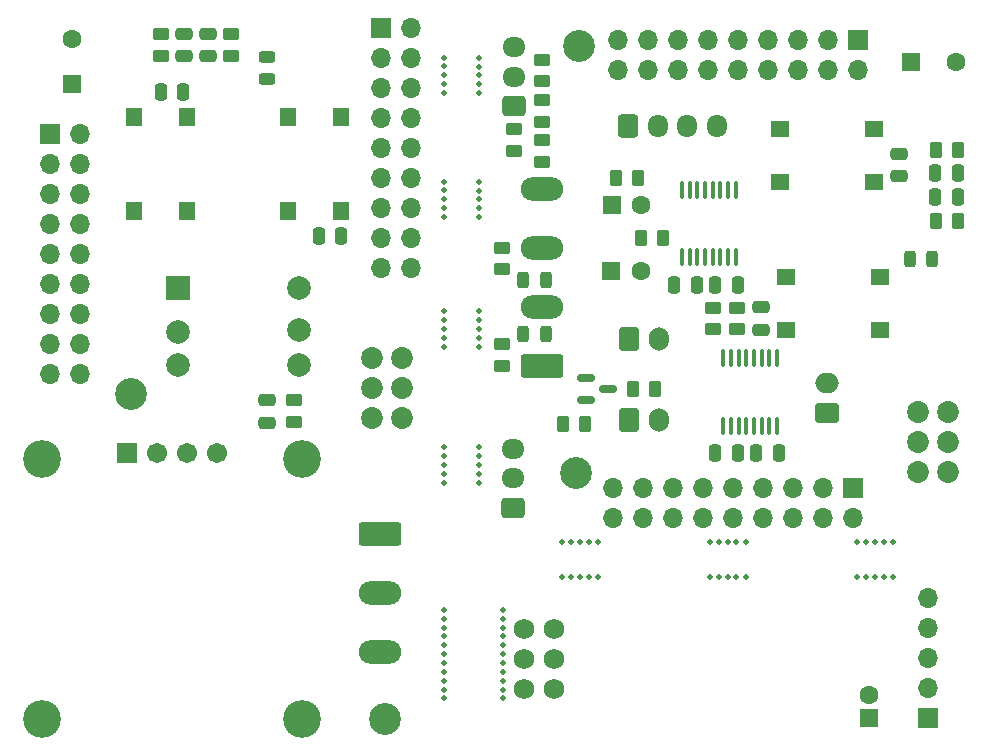
<source format=gbr>
G04 #@! TF.GenerationSoftware,KiCad,Pcbnew,6.0.11+dfsg-1*
G04 #@! TF.CreationDate,2024-10-29T09:23:30+01:00*
G04 #@! TF.ProjectId,kaarten_shieter,6b616172-7465-46e5-9f73-686965746572,rev?*
G04 #@! TF.SameCoordinates,Original*
G04 #@! TF.FileFunction,Soldermask,Bot*
G04 #@! TF.FilePolarity,Negative*
%FSLAX46Y46*%
G04 Gerber Fmt 4.6, Leading zero omitted, Abs format (unit mm)*
G04 Created by KiCad (PCBNEW 6.0.11+dfsg-1) date 2024-10-29 09:23:30*
%MOMM*%
%LPD*%
G01*
G04 APERTURE LIST*
G04 Aperture macros list*
%AMRoundRect*
0 Rectangle with rounded corners*
0 $1 Rounding radius*
0 $2 $3 $4 $5 $6 $7 $8 $9 X,Y pos of 4 corners*
0 Add a 4 corners polygon primitive as box body*
4,1,4,$2,$3,$4,$5,$6,$7,$8,$9,$2,$3,0*
0 Add four circle primitives for the rounded corners*
1,1,$1+$1,$2,$3*
1,1,$1+$1,$4,$5*
1,1,$1+$1,$6,$7*
1,1,$1+$1,$8,$9*
0 Add four rect primitives between the rounded corners*
20,1,$1+$1,$2,$3,$4,$5,0*
20,1,$1+$1,$4,$5,$6,$7,0*
20,1,$1+$1,$6,$7,$8,$9,0*
20,1,$1+$1,$8,$9,$2,$3,0*%
G04 Aperture macros list end*
%ADD10R,2.000000X2.000000*%
%ADD11C,2.000000*%
%ADD12R,1.700000X1.700000*%
%ADD13O,1.700000X1.700000*%
%ADD14C,0.500000*%
%ADD15C,2.704000*%
%ADD16RoundRect,0.250000X0.725000X-0.600000X0.725000X0.600000X-0.725000X0.600000X-0.725000X-0.600000X0*%
%ADD17O,1.950000X1.700000*%
%ADD18R,1.600000X1.600000*%
%ADD19C,1.600000*%
%ADD20RoundRect,0.250000X0.750000X-0.600000X0.750000X0.600000X-0.750000X0.600000X-0.750000X-0.600000X0*%
%ADD21O,2.000000X1.700000*%
%ADD22C,1.854000*%
%ADD23C,1.734000*%
%ADD24RoundRect,0.250000X-0.600000X-0.750000X0.600000X-0.750000X0.600000X0.750000X-0.600000X0.750000X0*%
%ADD25O,1.700000X2.000000*%
%ADD26RoundRect,0.102000X-0.754000X-0.754000X0.754000X-0.754000X0.754000X0.754000X-0.754000X0.754000X0*%
%ADD27C,1.712000*%
%ADD28C,3.204000*%
%ADD29RoundRect,0.250000X-1.550000X0.750000X-1.550000X-0.750000X1.550000X-0.750000X1.550000X0.750000X0*%
%ADD30O,3.600000X2.000000*%
%ADD31RoundRect,0.250000X-0.600000X-0.725000X0.600000X-0.725000X0.600000X0.725000X-0.600000X0.725000X0*%
%ADD32O,1.700000X1.950000*%
%ADD33RoundRect,0.250000X1.550000X-0.750000X1.550000X0.750000X-1.550000X0.750000X-1.550000X-0.750000X0*%
%ADD34RoundRect,0.250000X0.250000X0.475000X-0.250000X0.475000X-0.250000X-0.475000X0.250000X-0.475000X0*%
%ADD35RoundRect,0.250000X-0.475000X0.250000X-0.475000X-0.250000X0.475000X-0.250000X0.475000X0.250000X0*%
%ADD36RoundRect,0.250000X0.450000X-0.262500X0.450000X0.262500X-0.450000X0.262500X-0.450000X-0.262500X0*%
%ADD37RoundRect,0.250000X-0.250000X-0.475000X0.250000X-0.475000X0.250000X0.475000X-0.250000X0.475000X0*%
%ADD38RoundRect,0.250000X0.262500X0.450000X-0.262500X0.450000X-0.262500X-0.450000X0.262500X-0.450000X0*%
%ADD39RoundRect,0.250000X-0.450000X0.262500X-0.450000X-0.262500X0.450000X-0.262500X0.450000X0.262500X0*%
%ADD40R,1.400000X1.600000*%
%ADD41R,1.600000X1.400000*%
%ADD42RoundRect,0.250000X-0.262500X-0.450000X0.262500X-0.450000X0.262500X0.450000X-0.262500X0.450000X0*%
%ADD43RoundRect,0.243750X0.456250X-0.243750X0.456250X0.243750X-0.456250X0.243750X-0.456250X-0.243750X0*%
%ADD44RoundRect,0.150000X-0.587500X-0.150000X0.587500X-0.150000X0.587500X0.150000X-0.587500X0.150000X0*%
%ADD45RoundRect,0.243750X0.243750X0.456250X-0.243750X0.456250X-0.243750X-0.456250X0.243750X-0.456250X0*%
%ADD46RoundRect,0.100000X-0.100000X0.637500X-0.100000X-0.637500X0.100000X-0.637500X0.100000X0.637500X0*%
%ADD47RoundRect,0.250000X0.475000X-0.250000X0.475000X0.250000X-0.475000X0.250000X-0.475000X-0.250000X0*%
%ADD48RoundRect,0.243750X-0.243750X-0.456250X0.243750X-0.456250X0.243750X0.456250X-0.243750X0.456250X0*%
G04 APERTURE END LIST*
D10*
X113942500Y-100500000D03*
D11*
X113942500Y-104200000D03*
X113942500Y-107000000D03*
X124242500Y-107000000D03*
X124242500Y-104100000D03*
X124242500Y-100500000D03*
D12*
X177500000Y-136950000D03*
D13*
X177500000Y-134410000D03*
X177500000Y-131870000D03*
X177500000Y-129330000D03*
X177500000Y-126790000D03*
D14*
X136500000Y-92238000D03*
X139500000Y-94524000D03*
X136500000Y-93000000D03*
X139500000Y-93000000D03*
X139500000Y-91488000D03*
X136500000Y-93750000D03*
X136500000Y-91488000D03*
X139500000Y-93750000D03*
X139500000Y-92250000D03*
X136500000Y-94524000D03*
D15*
X147900000Y-80000000D03*
D16*
X142400000Y-85100000D03*
D17*
X142400000Y-82600000D03*
X142400000Y-80100000D03*
D18*
X150674440Y-99100000D03*
D19*
X153174440Y-99100000D03*
D20*
X168905000Y-111050000D03*
D21*
X168905000Y-108550000D03*
D14*
X141500000Y-128500000D03*
X136500000Y-133750000D03*
X141500000Y-127750000D03*
X141500000Y-131500000D03*
X136500000Y-128500000D03*
X136500000Y-133000000D03*
X141500000Y-135250000D03*
X136500000Y-131500000D03*
X141500000Y-130750000D03*
X136500000Y-130000000D03*
X136500000Y-129250000D03*
X136500000Y-128500000D03*
X136500000Y-132250000D03*
X141500000Y-129250000D03*
X136500000Y-127750000D03*
X141500000Y-133750000D03*
X141500000Y-128500000D03*
X141500000Y-132250000D03*
X141500000Y-130000000D03*
X141500000Y-134500000D03*
X136500000Y-134500000D03*
X141500000Y-133000000D03*
X136500000Y-135250000D03*
X136500000Y-130750000D03*
X139500000Y-113988000D03*
X136500000Y-116250000D03*
X136500000Y-117024000D03*
X139500000Y-117024000D03*
X136500000Y-113988000D03*
X139500000Y-114750000D03*
X139500000Y-116250000D03*
X136500000Y-114738000D03*
X136500000Y-115500000D03*
X139500000Y-115500000D03*
D22*
X179170000Y-116075000D03*
X176630000Y-116075000D03*
X179170000Y-113535000D03*
X176630000Y-113535000D03*
X179170000Y-110995000D03*
X176630000Y-110995000D03*
D14*
X158988000Y-125000000D03*
X159750000Y-122000000D03*
X161250000Y-125000000D03*
X162024000Y-122000000D03*
X162024000Y-125000000D03*
X160500000Y-122000000D03*
X158988000Y-122000000D03*
X159738000Y-125000000D03*
X161250000Y-122000000D03*
X160500000Y-125000000D03*
X148762000Y-122000000D03*
X146476000Y-122000000D03*
X148000000Y-125000000D03*
X147250000Y-125000000D03*
X146476000Y-125000000D03*
X147250000Y-122000000D03*
X148000000Y-122000000D03*
X149512000Y-122000000D03*
X149512000Y-125000000D03*
X148750000Y-125000000D03*
X173000000Y-122000000D03*
X171488000Y-122000000D03*
X173750000Y-122000000D03*
X174524000Y-122000000D03*
X172250000Y-122000000D03*
X173750000Y-125000000D03*
X172238000Y-125000000D03*
X174524000Y-125000000D03*
X171488000Y-125000000D03*
X173000000Y-125000000D03*
D18*
X176004169Y-81335000D03*
D19*
X179804169Y-81335000D03*
D15*
X131500000Y-137000000D03*
D14*
X139500000Y-105524000D03*
X136500000Y-103238000D03*
X136500000Y-104750000D03*
X136500000Y-104000000D03*
X139500000Y-103250000D03*
X139500000Y-104750000D03*
X139500000Y-102488000D03*
X139500000Y-104000000D03*
X136500000Y-105524000D03*
X136500000Y-102488000D03*
D18*
X172500000Y-136950000D03*
D19*
X172500000Y-134950000D03*
D12*
X171580000Y-79525000D03*
D13*
X171580000Y-82065000D03*
X169040000Y-79525000D03*
X169040000Y-82065000D03*
X166500000Y-79525000D03*
X166500000Y-82065000D03*
X163960000Y-79525000D03*
X163960000Y-82065000D03*
X161420000Y-79525000D03*
X161420000Y-82065000D03*
X158880000Y-79525000D03*
X158880000Y-82065000D03*
X156340000Y-79525000D03*
X156340000Y-82065000D03*
X153800000Y-79525000D03*
X153800000Y-82065000D03*
X151260000Y-79525000D03*
X151260000Y-82065000D03*
D18*
X105000000Y-83202651D03*
D19*
X105000000Y-79402651D03*
D23*
X145770000Y-134490000D03*
X143230000Y-134490000D03*
X145770000Y-131950000D03*
X143230000Y-131950000D03*
X145770000Y-129410000D03*
X143230000Y-129410000D03*
D24*
X152200000Y-104825000D03*
D25*
X154700000Y-104825000D03*
D15*
X110000000Y-109500000D03*
D12*
X131160000Y-78500000D03*
D13*
X133700000Y-78500000D03*
X131160000Y-81040000D03*
X133700000Y-81040000D03*
X131160000Y-83580000D03*
X133700000Y-83580000D03*
X131160000Y-86120000D03*
X133700000Y-86120000D03*
X131160000Y-88660000D03*
X133700000Y-88660000D03*
X131160000Y-91200000D03*
X133700000Y-91200000D03*
X131160000Y-93740000D03*
X133700000Y-93740000D03*
X131160000Y-96280000D03*
X133700000Y-96280000D03*
X131160000Y-98820000D03*
X133700000Y-98820000D03*
D15*
X147700000Y-116200000D03*
D12*
X171140000Y-117475000D03*
D13*
X171140000Y-120015000D03*
X168600000Y-117475000D03*
X168600000Y-120015000D03*
X166060000Y-117475000D03*
X166060000Y-120015000D03*
X163520000Y-117475000D03*
X163520000Y-120015000D03*
X160980000Y-117475000D03*
X160980000Y-120015000D03*
X158440000Y-117475000D03*
X158440000Y-120015000D03*
X155900000Y-117475000D03*
X155900000Y-120015000D03*
X153360000Y-117475000D03*
X153360000Y-120015000D03*
X150820000Y-117475000D03*
X150820000Y-120015000D03*
D26*
X109690000Y-114500000D03*
D27*
X112230000Y-114500000D03*
X114770000Y-114500000D03*
X117310000Y-114500000D03*
D28*
X102500000Y-115000000D03*
X124500000Y-115000000D03*
X124500000Y-137000000D03*
X102500000Y-137000000D03*
D29*
X131077500Y-121300000D03*
D30*
X131077500Y-126300000D03*
X131077500Y-131300000D03*
D22*
X132970000Y-111540000D03*
X130430000Y-111540000D03*
X132970000Y-109000000D03*
X130430000Y-109000000D03*
X132970000Y-106460000D03*
X130430000Y-106460000D03*
D24*
X152200000Y-111675000D03*
D25*
X154700000Y-111675000D03*
D31*
X152100000Y-86775000D03*
D32*
X154600000Y-86775000D03*
X157100000Y-86775000D03*
X159600000Y-86775000D03*
D12*
X103140000Y-87497953D03*
D13*
X105680000Y-87497953D03*
X103140000Y-90037953D03*
X105680000Y-90037953D03*
X103140000Y-92577953D03*
X105680000Y-92577953D03*
X103140000Y-95117953D03*
X105680000Y-95117953D03*
X103140000Y-97657953D03*
X105680000Y-97657953D03*
X103140000Y-100197953D03*
X105680000Y-100197953D03*
X103140000Y-102737953D03*
X105680000Y-102737953D03*
X103140000Y-105277953D03*
X105680000Y-105277953D03*
X103140000Y-107817953D03*
X105680000Y-107817953D03*
D16*
X142375000Y-119100000D03*
D17*
X142375000Y-116600000D03*
X142375000Y-114100000D03*
D18*
X150694888Y-93500000D03*
D19*
X153194888Y-93500000D03*
D33*
X144800000Y-107100000D03*
D30*
X144800000Y-102100000D03*
X144800000Y-97100000D03*
X144800000Y-92100000D03*
D14*
X136500000Y-81738000D03*
X139500000Y-81750000D03*
X139500000Y-80988000D03*
X136500000Y-82500000D03*
X139500000Y-84024000D03*
X139500000Y-82500000D03*
X136500000Y-84024000D03*
X136500000Y-80988000D03*
X136500000Y-83250000D03*
X139500000Y-83250000D03*
D34*
X127800000Y-96100000D03*
X125900000Y-96100000D03*
D35*
X116500000Y-79000000D03*
X116500000Y-80900000D03*
D36*
X141400000Y-107100000D03*
X141400000Y-105275000D03*
X123765000Y-111825000D03*
X123765000Y-110000000D03*
D37*
X112500000Y-83900000D03*
X114400000Y-83900000D03*
D36*
X144800000Y-83012500D03*
X144800000Y-81187500D03*
D38*
X148422500Y-112035000D03*
X146597500Y-112035000D03*
D36*
X159300000Y-103997500D03*
X159300000Y-102172500D03*
D39*
X141400000Y-97100000D03*
X141400000Y-98925000D03*
D36*
X144800000Y-86425000D03*
X144800000Y-84600000D03*
D39*
X118500000Y-79000000D03*
X118500000Y-80825000D03*
D34*
X179990000Y-92785000D03*
X178090000Y-92785000D03*
D37*
X162950000Y-114500000D03*
X164850000Y-114500000D03*
D40*
X127750000Y-86000000D03*
X127750000Y-94000000D03*
X123250000Y-94000000D03*
X123250000Y-86000000D03*
D41*
X165430000Y-104050000D03*
X173430000Y-104050000D03*
X173430000Y-99550000D03*
X165430000Y-99550000D03*
D35*
X121500000Y-110000000D03*
X121500000Y-111900000D03*
D34*
X157900000Y-100250000D03*
X156000000Y-100250000D03*
D35*
X174990000Y-89135000D03*
X174990000Y-91035000D03*
D42*
X152517500Y-109035000D03*
X154342500Y-109035000D03*
D43*
X121500000Y-82812500D03*
X121500000Y-80937500D03*
D34*
X161380000Y-114500000D03*
X159480000Y-114500000D03*
D39*
X112500000Y-79000000D03*
X112500000Y-80825000D03*
D38*
X152912500Y-91200000D03*
X151087500Y-91200000D03*
D34*
X179990000Y-90785000D03*
X178090000Y-90785000D03*
D44*
X148492500Y-109985000D03*
X148492500Y-108085000D03*
X150367500Y-109035000D03*
D36*
X161300000Y-103997500D03*
X161300000Y-102172500D03*
D45*
X145100000Y-99800000D03*
X143225000Y-99800000D03*
D36*
X144800000Y-89825000D03*
X144800000Y-88000000D03*
D35*
X114500000Y-79000000D03*
X114500000Y-80900000D03*
D46*
X160155000Y-106437500D03*
X160805000Y-106437500D03*
X161455000Y-106437500D03*
X162105000Y-106437500D03*
X162755000Y-106437500D03*
X163405000Y-106437500D03*
X164055000Y-106437500D03*
X164705000Y-106437500D03*
X164705000Y-112162500D03*
X164055000Y-112162500D03*
X163405000Y-112162500D03*
X162755000Y-112162500D03*
X162105000Y-112162500D03*
X161455000Y-112162500D03*
X160805000Y-112162500D03*
X160155000Y-112162500D03*
D37*
X159450000Y-100250000D03*
X161350000Y-100250000D03*
D36*
X142400000Y-88900000D03*
X142400000Y-87075000D03*
D46*
X156655000Y-92172500D03*
X157305000Y-92172500D03*
X157955000Y-92172500D03*
X158605000Y-92172500D03*
X159255000Y-92172500D03*
X159905000Y-92172500D03*
X160555000Y-92172500D03*
X161205000Y-92172500D03*
X161205000Y-97897500D03*
X160555000Y-97897500D03*
X159905000Y-97897500D03*
X159255000Y-97897500D03*
X158605000Y-97897500D03*
X157955000Y-97897500D03*
X157305000Y-97897500D03*
X156655000Y-97897500D03*
D40*
X114750000Y-94000000D03*
X114750000Y-86000000D03*
X110250000Y-86000000D03*
X110250000Y-94000000D03*
D45*
X145100000Y-104400000D03*
X143225000Y-104400000D03*
D38*
X179990000Y-88800000D03*
X178165000Y-88800000D03*
D47*
X163300000Y-104050000D03*
X163300000Y-102150000D03*
D41*
X172930000Y-91550000D03*
X164930000Y-91550000D03*
X172930000Y-87050000D03*
X164930000Y-87050000D03*
D38*
X155012500Y-96300000D03*
X153187500Y-96300000D03*
D48*
X175930000Y-98035000D03*
X177805000Y-98035000D03*
D38*
X179990000Y-94800000D03*
X178165000Y-94800000D03*
M02*

</source>
